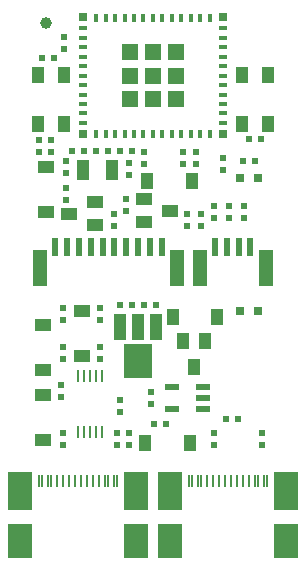
<source format=gbr>
G04 #@! TF.GenerationSoftware,KiCad,Pcbnew,7.0.9-7.0.9~ubuntu22.04.1*
G04 #@! TF.CreationDate,2023-12-08T11:13:10+02:00*
G04 #@! TF.ProjectId,ESP32-H2-DevKit-LiPo_Rev_A,45535033-322d-4483-922d-4465764b6974,A*
G04 #@! TF.SameCoordinates,PX7cc0090PY6a95280*
G04 #@! TF.FileFunction,Paste,Top*
G04 #@! TF.FilePolarity,Positive*
%FSLAX46Y46*%
G04 Gerber Fmt 4.6, Leading zero omitted, Abs format (unit mm)*
G04 Created by KiCad (PCBNEW 7.0.9-7.0.9~ubuntu22.04.1) date 2023-12-08 11:13:10*
%MOMM*%
%LPD*%
G01*
G04 APERTURE LIST*
%ADD10R,0.550000X0.500000*%
%ADD11R,0.500000X0.550000*%
%ADD12R,1.400000X1.000000*%
%ADD13R,1.000000X1.400000*%
%ADD14C,1.000000*%
%ADD15R,0.230000X0.980000*%
%ADD16R,0.800000X0.800000*%
%ADD17R,1.200000X0.550000*%
%ADD18R,2.100000X3.200000*%
%ADD19R,2.100000X3.000000*%
%ADD20R,1.100000X2.200000*%
%ADD21R,1.100000X2.000000*%
%ADD22R,0.280000X1.130000*%
%ADD23R,0.230000X1.130000*%
%ADD24R,1.200000X3.100000*%
%ADD25R,0.600000X1.550000*%
%ADD26R,1.000000X1.800000*%
%ADD27R,1.000000X2.200000*%
%ADD28R,2.400000X2.900000*%
%ADD29R,0.800000X0.400000*%
%ADD30R,0.400000X0.800000*%
%ADD31R,1.450000X1.450000*%
%ADD32R,0.700000X0.700000*%
G04 APERTURE END LIST*
D10*
X8255000Y18669000D03*
X8255000Y19685000D03*
D11*
X4318000Y44196000D03*
X3302000Y44196000D03*
D10*
X5207000Y45974000D03*
X5207000Y44958000D03*
D12*
X3429000Y15616000D03*
X3429000Y11816000D03*
D13*
X12070000Y11557000D03*
X15870000Y11557000D03*
D14*
X3683000Y47117000D03*
D10*
X9652000Y12446000D03*
X9652000Y11430000D03*
X5080000Y12446000D03*
X5080000Y11430000D03*
X21971000Y12446000D03*
X21971000Y11430000D03*
D13*
X5139000Y42715000D03*
X2989000Y42715000D03*
X5139000Y38565000D03*
X2989000Y38565000D03*
D15*
X6366000Y17259000D03*
X6866000Y17259000D03*
X7366000Y17259000D03*
X7866000Y17259000D03*
X8366000Y17259000D03*
X8366000Y12459000D03*
X7866000Y12459000D03*
X7366000Y12459000D03*
X6866000Y12459000D03*
X6366000Y12459000D03*
D11*
X11914000Y23241000D03*
X12930000Y23241000D03*
D10*
X17907000Y30607000D03*
X17907000Y31623000D03*
D11*
X3048000Y37211000D03*
X4064000Y37211000D03*
D16*
X21590000Y22733000D03*
X20066000Y22733000D03*
D13*
X14361000Y22225000D03*
X18161000Y22225000D03*
X17142460Y20193000D03*
X15240000Y20193000D03*
X16195040Y17983200D03*
D11*
X19939000Y13589000D03*
X18923000Y13589000D03*
D10*
X19177000Y31623000D03*
X19177000Y30607000D03*
X15621000Y29972000D03*
X15621000Y30988000D03*
D17*
X16921000Y14417000D03*
X16921000Y15367000D03*
X16921000Y16317000D03*
X14321000Y16317000D03*
X14321000Y14417000D03*
D18*
X23977600Y7475000D03*
X14122400Y7475000D03*
D19*
X23977600Y3295000D03*
X14122400Y3295000D03*
D20*
X23977600Y7475000D03*
X14122400Y7475000D03*
D21*
X23977600Y3295000D03*
X14122400Y3295000D03*
D22*
X15725000Y8377000D03*
X16525000Y8377000D03*
D23*
X17800000Y8377000D03*
X18800000Y8377000D03*
X19300000Y8377000D03*
X20300000Y8377000D03*
D22*
X21575000Y8377000D03*
X22375000Y8377000D03*
X22125000Y8377000D03*
X21325000Y8377000D03*
D23*
X20800000Y8377000D03*
X19800000Y8377000D03*
X18300000Y8377000D03*
X17300000Y8377000D03*
D22*
X16775000Y8377000D03*
X15975000Y8377000D03*
D16*
X21590000Y34036000D03*
X20066000Y34036000D03*
D11*
X20320000Y35433000D03*
X21336000Y35433000D03*
X9882000Y23241000D03*
X10898000Y23241000D03*
D10*
X18669000Y34671000D03*
X18669000Y35687000D03*
D13*
X22411000Y42715000D03*
X20261000Y42715000D03*
X22411000Y38565000D03*
X20261000Y38565000D03*
D10*
X9906000Y14224000D03*
X9906000Y15240000D03*
D18*
X11277600Y7475000D03*
X1422400Y7475000D03*
D19*
X11277600Y3295000D03*
X1422400Y3295000D03*
D20*
X11277600Y7475000D03*
X1422400Y7475000D03*
D21*
X11277600Y3295000D03*
X1422400Y3295000D03*
D22*
X3025000Y8377000D03*
X3825000Y8377000D03*
D23*
X5100000Y8377000D03*
X6100000Y8377000D03*
X6600000Y8377000D03*
X7600000Y8377000D03*
D22*
X8875000Y8377000D03*
X9675000Y8377000D03*
X9425000Y8377000D03*
X8625000Y8377000D03*
D23*
X8100000Y8377000D03*
X7100000Y8377000D03*
X5600000Y8377000D03*
X4600000Y8377000D03*
D22*
X4075000Y8377000D03*
X3275000Y8377000D03*
D10*
X10414000Y32258000D03*
X10414000Y31242000D03*
D12*
X7838440Y30038040D03*
X7838440Y31940500D03*
X5628640Y30985460D03*
X11938000Y32191960D03*
X11938000Y30289500D03*
X14147800Y31244540D03*
D10*
X5334000Y33147000D03*
X5334000Y32131000D03*
X20447000Y31623000D03*
X20447000Y30607000D03*
X12573000Y15875000D03*
X12573000Y14859000D03*
X15240000Y35179000D03*
X15240000Y36195000D03*
X10668000Y12446000D03*
X10668000Y11430000D03*
D11*
X3048000Y36195000D03*
X4064000Y36195000D03*
D10*
X17907000Y12446000D03*
X17907000Y11430000D03*
X11938000Y35179000D03*
X11938000Y36195000D03*
D24*
X14740800Y26419000D03*
X3140800Y26419000D03*
D25*
X13440800Y28194000D03*
X12440800Y28194000D03*
X11440800Y28194000D03*
X10440800Y28194000D03*
X9440800Y28194000D03*
X8440800Y28194000D03*
X7440800Y28194000D03*
X6440800Y28194000D03*
X5440800Y28194000D03*
X4440800Y28194000D03*
D10*
X16764000Y30988000D03*
X16764000Y29972000D03*
D11*
X12827000Y13208000D03*
X13843000Y13208000D03*
D10*
X9398000Y30988000D03*
X9398000Y29972000D03*
X5334000Y35433000D03*
X5334000Y34417000D03*
X16383000Y36195000D03*
X16383000Y35179000D03*
D24*
X22256400Y26419000D03*
X16656400Y26419000D03*
D25*
X20956400Y28194000D03*
X19956400Y28194000D03*
X18956400Y28194000D03*
X17956400Y28194000D03*
D10*
X4953000Y15494000D03*
X4953000Y16510000D03*
X8255000Y21971000D03*
X8255000Y22987000D03*
D12*
X6731000Y22728000D03*
X6731000Y18928000D03*
D11*
X20828000Y37338000D03*
X21844000Y37338000D03*
D26*
X6751000Y34671000D03*
X9251000Y34671000D03*
D12*
X3429000Y21585000D03*
X3429000Y17785000D03*
D10*
X5080000Y21971000D03*
X5080000Y22987000D03*
D13*
X12197000Y33782000D03*
X15997000Y33782000D03*
D11*
X7874000Y36322000D03*
X8890000Y36322000D03*
D27*
X12930000Y21343000D03*
D28*
X11430000Y18493000D03*
D27*
X11430000Y21343000D03*
X9930000Y21343000D03*
D12*
X3683000Y31120000D03*
X3683000Y34920000D03*
D11*
X10922000Y36322000D03*
X9906000Y36322000D03*
X5842000Y36322000D03*
X6858000Y36322000D03*
D29*
X6799600Y46662300D03*
X6799600Y45862300D03*
X6799600Y45062300D03*
X6799600Y44262300D03*
X6799600Y43462300D03*
X6799600Y42662300D03*
X6799600Y41862300D03*
X6799600Y41062300D03*
X6799600Y40262300D03*
X6799600Y39462300D03*
X6799600Y38662300D03*
D30*
X7899600Y37762300D03*
X8699600Y37762300D03*
X9499600Y37762300D03*
X10299600Y37762300D03*
X11099600Y37762300D03*
X11899600Y37762300D03*
X12699600Y37762300D03*
X13499600Y37762300D03*
X14299600Y37762300D03*
X15099600Y37762300D03*
X15899600Y37762300D03*
X16699600Y37762300D03*
X17499600Y37762300D03*
D29*
X18599600Y38662300D03*
X18599600Y39462300D03*
X18599600Y40262300D03*
X18599600Y41062300D03*
X18599600Y41862300D03*
X18599600Y42662300D03*
X18599600Y43462300D03*
X18599600Y44262300D03*
X18599600Y45062300D03*
X18599600Y45862300D03*
X18599600Y46662300D03*
D30*
X17499600Y47562300D03*
X16699600Y47562300D03*
X15899600Y47562300D03*
X15099600Y47562300D03*
X14299600Y47562300D03*
X13499600Y47562300D03*
X12699600Y47562300D03*
X11899600Y47562300D03*
X11099600Y47562300D03*
X10299600Y47562300D03*
X9499600Y47562300D03*
X8699600Y47562300D03*
X7899600Y47562300D03*
D31*
X10724600Y44637300D03*
X10724600Y42662300D03*
X10724600Y40687300D03*
X12699600Y44637300D03*
X12699600Y42662300D03*
X12699600Y40687300D03*
X14674600Y44637300D03*
X14674600Y42662300D03*
X14674600Y40687300D03*
D32*
X18649600Y47612300D03*
X18649600Y37712300D03*
X6749600Y37712300D03*
X6749600Y47612300D03*
D10*
X5080000Y18669000D03*
X5080000Y19685000D03*
X10668000Y35306000D03*
X10668000Y34290000D03*
M02*

</source>
